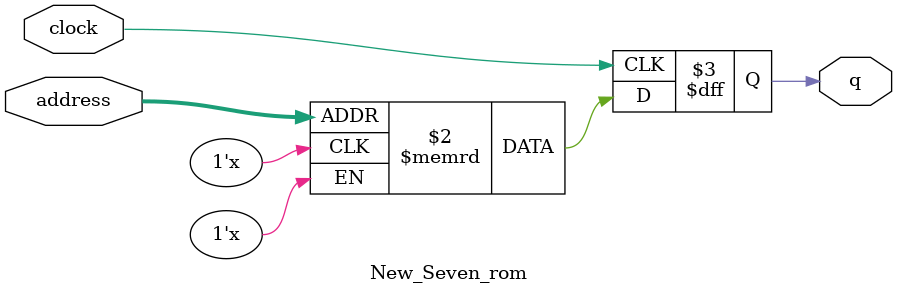
<source format=sv>
module New_Seven_rom (
	input logic clock,
	input logic [7:0] address,
	output logic [0:0] q
);

logic [0:0] memory [0:195] /* synthesis ram_init_file = "./New_Seven/New_Seven.mif" */;

always_ff @ (posedge clock) begin
	q <= memory[address];
end

endmodule

</source>
